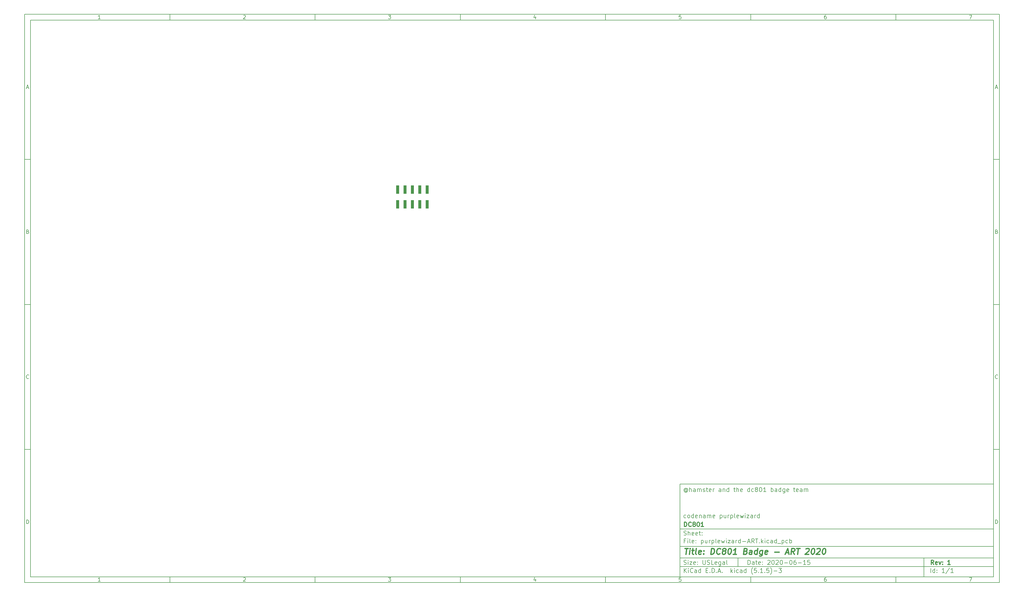
<source format=gbp>
G04 #@! TF.GenerationSoftware,KiCad,Pcbnew,(5.1.5)-3*
G04 #@! TF.CreationDate,2020-08-14T21:58:09-06:00*
G04 #@! TF.ProjectId,purplewizard-ART,70757270-6c65-4776-997a-6172642d4152,1*
G04 #@! TF.SameCoordinates,Original*
G04 #@! TF.FileFunction,Paste,Bot*
G04 #@! TF.FilePolarity,Positive*
%FSLAX46Y46*%
G04 Gerber Fmt 4.6, Leading zero omitted, Abs format (unit mm)*
G04 Created by KiCad (PCBNEW (5.1.5)-3) date 2020-08-14 21:58:09*
%MOMM*%
%LPD*%
G04 APERTURE LIST*
%ADD10C,0.100000*%
%ADD11C,0.150000*%
%ADD12C,0.300000*%
%ADD13C,0.400000*%
%ADD14R,1.000000X3.000000*%
G04 APERTURE END LIST*
D10*
D11*
X235600000Y-171900000D02*
X235600000Y-203900000D01*
X343600000Y-203900000D01*
X343600000Y-171900000D01*
X235600000Y-171900000D01*
D10*
D11*
X10000000Y-10000000D02*
X10000000Y-205900000D01*
X345600000Y-205900000D01*
X345600000Y-10000000D01*
X10000000Y-10000000D01*
D10*
D11*
X12000000Y-12000000D02*
X12000000Y-203900000D01*
X343600000Y-203900000D01*
X343600000Y-12000000D01*
X12000000Y-12000000D01*
D10*
D11*
X60000000Y-12000000D02*
X60000000Y-10000000D01*
D10*
D11*
X110000000Y-12000000D02*
X110000000Y-10000000D01*
D10*
D11*
X160000000Y-12000000D02*
X160000000Y-10000000D01*
D10*
D11*
X210000000Y-12000000D02*
X210000000Y-10000000D01*
D10*
D11*
X260000000Y-12000000D02*
X260000000Y-10000000D01*
D10*
D11*
X310000000Y-12000000D02*
X310000000Y-10000000D01*
D10*
D11*
X36065476Y-11588095D02*
X35322619Y-11588095D01*
X35694047Y-11588095D02*
X35694047Y-10288095D01*
X35570238Y-10473809D01*
X35446428Y-10597619D01*
X35322619Y-10659523D01*
D10*
D11*
X85322619Y-10411904D02*
X85384523Y-10350000D01*
X85508333Y-10288095D01*
X85817857Y-10288095D01*
X85941666Y-10350000D01*
X86003571Y-10411904D01*
X86065476Y-10535714D01*
X86065476Y-10659523D01*
X86003571Y-10845238D01*
X85260714Y-11588095D01*
X86065476Y-11588095D01*
D10*
D11*
X135260714Y-10288095D02*
X136065476Y-10288095D01*
X135632142Y-10783333D01*
X135817857Y-10783333D01*
X135941666Y-10845238D01*
X136003571Y-10907142D01*
X136065476Y-11030952D01*
X136065476Y-11340476D01*
X136003571Y-11464285D01*
X135941666Y-11526190D01*
X135817857Y-11588095D01*
X135446428Y-11588095D01*
X135322619Y-11526190D01*
X135260714Y-11464285D01*
D10*
D11*
X185941666Y-10721428D02*
X185941666Y-11588095D01*
X185632142Y-10226190D02*
X185322619Y-11154761D01*
X186127380Y-11154761D01*
D10*
D11*
X236003571Y-10288095D02*
X235384523Y-10288095D01*
X235322619Y-10907142D01*
X235384523Y-10845238D01*
X235508333Y-10783333D01*
X235817857Y-10783333D01*
X235941666Y-10845238D01*
X236003571Y-10907142D01*
X236065476Y-11030952D01*
X236065476Y-11340476D01*
X236003571Y-11464285D01*
X235941666Y-11526190D01*
X235817857Y-11588095D01*
X235508333Y-11588095D01*
X235384523Y-11526190D01*
X235322619Y-11464285D01*
D10*
D11*
X285941666Y-10288095D02*
X285694047Y-10288095D01*
X285570238Y-10350000D01*
X285508333Y-10411904D01*
X285384523Y-10597619D01*
X285322619Y-10845238D01*
X285322619Y-11340476D01*
X285384523Y-11464285D01*
X285446428Y-11526190D01*
X285570238Y-11588095D01*
X285817857Y-11588095D01*
X285941666Y-11526190D01*
X286003571Y-11464285D01*
X286065476Y-11340476D01*
X286065476Y-11030952D01*
X286003571Y-10907142D01*
X285941666Y-10845238D01*
X285817857Y-10783333D01*
X285570238Y-10783333D01*
X285446428Y-10845238D01*
X285384523Y-10907142D01*
X285322619Y-11030952D01*
D10*
D11*
X335260714Y-10288095D02*
X336127380Y-10288095D01*
X335570238Y-11588095D01*
D10*
D11*
X60000000Y-203900000D02*
X60000000Y-205900000D01*
D10*
D11*
X110000000Y-203900000D02*
X110000000Y-205900000D01*
D10*
D11*
X160000000Y-203900000D02*
X160000000Y-205900000D01*
D10*
D11*
X210000000Y-203900000D02*
X210000000Y-205900000D01*
D10*
D11*
X260000000Y-203900000D02*
X260000000Y-205900000D01*
D10*
D11*
X310000000Y-203900000D02*
X310000000Y-205900000D01*
D10*
D11*
X36065476Y-205488095D02*
X35322619Y-205488095D01*
X35694047Y-205488095D02*
X35694047Y-204188095D01*
X35570238Y-204373809D01*
X35446428Y-204497619D01*
X35322619Y-204559523D01*
D10*
D11*
X85322619Y-204311904D02*
X85384523Y-204250000D01*
X85508333Y-204188095D01*
X85817857Y-204188095D01*
X85941666Y-204250000D01*
X86003571Y-204311904D01*
X86065476Y-204435714D01*
X86065476Y-204559523D01*
X86003571Y-204745238D01*
X85260714Y-205488095D01*
X86065476Y-205488095D01*
D10*
D11*
X135260714Y-204188095D02*
X136065476Y-204188095D01*
X135632142Y-204683333D01*
X135817857Y-204683333D01*
X135941666Y-204745238D01*
X136003571Y-204807142D01*
X136065476Y-204930952D01*
X136065476Y-205240476D01*
X136003571Y-205364285D01*
X135941666Y-205426190D01*
X135817857Y-205488095D01*
X135446428Y-205488095D01*
X135322619Y-205426190D01*
X135260714Y-205364285D01*
D10*
D11*
X185941666Y-204621428D02*
X185941666Y-205488095D01*
X185632142Y-204126190D02*
X185322619Y-205054761D01*
X186127380Y-205054761D01*
D10*
D11*
X236003571Y-204188095D02*
X235384523Y-204188095D01*
X235322619Y-204807142D01*
X235384523Y-204745238D01*
X235508333Y-204683333D01*
X235817857Y-204683333D01*
X235941666Y-204745238D01*
X236003571Y-204807142D01*
X236065476Y-204930952D01*
X236065476Y-205240476D01*
X236003571Y-205364285D01*
X235941666Y-205426190D01*
X235817857Y-205488095D01*
X235508333Y-205488095D01*
X235384523Y-205426190D01*
X235322619Y-205364285D01*
D10*
D11*
X285941666Y-204188095D02*
X285694047Y-204188095D01*
X285570238Y-204250000D01*
X285508333Y-204311904D01*
X285384523Y-204497619D01*
X285322619Y-204745238D01*
X285322619Y-205240476D01*
X285384523Y-205364285D01*
X285446428Y-205426190D01*
X285570238Y-205488095D01*
X285817857Y-205488095D01*
X285941666Y-205426190D01*
X286003571Y-205364285D01*
X286065476Y-205240476D01*
X286065476Y-204930952D01*
X286003571Y-204807142D01*
X285941666Y-204745238D01*
X285817857Y-204683333D01*
X285570238Y-204683333D01*
X285446428Y-204745238D01*
X285384523Y-204807142D01*
X285322619Y-204930952D01*
D10*
D11*
X335260714Y-204188095D02*
X336127380Y-204188095D01*
X335570238Y-205488095D01*
D10*
D11*
X10000000Y-60000000D02*
X12000000Y-60000000D01*
D10*
D11*
X10000000Y-110000000D02*
X12000000Y-110000000D01*
D10*
D11*
X10000000Y-160000000D02*
X12000000Y-160000000D01*
D10*
D11*
X10690476Y-35216666D02*
X11309523Y-35216666D01*
X10566666Y-35588095D02*
X11000000Y-34288095D01*
X11433333Y-35588095D01*
D10*
D11*
X11092857Y-84907142D02*
X11278571Y-84969047D01*
X11340476Y-85030952D01*
X11402380Y-85154761D01*
X11402380Y-85340476D01*
X11340476Y-85464285D01*
X11278571Y-85526190D01*
X11154761Y-85588095D01*
X10659523Y-85588095D01*
X10659523Y-84288095D01*
X11092857Y-84288095D01*
X11216666Y-84350000D01*
X11278571Y-84411904D01*
X11340476Y-84535714D01*
X11340476Y-84659523D01*
X11278571Y-84783333D01*
X11216666Y-84845238D01*
X11092857Y-84907142D01*
X10659523Y-84907142D01*
D10*
D11*
X11402380Y-135464285D02*
X11340476Y-135526190D01*
X11154761Y-135588095D01*
X11030952Y-135588095D01*
X10845238Y-135526190D01*
X10721428Y-135402380D01*
X10659523Y-135278571D01*
X10597619Y-135030952D01*
X10597619Y-134845238D01*
X10659523Y-134597619D01*
X10721428Y-134473809D01*
X10845238Y-134350000D01*
X11030952Y-134288095D01*
X11154761Y-134288095D01*
X11340476Y-134350000D01*
X11402380Y-134411904D01*
D10*
D11*
X10659523Y-185588095D02*
X10659523Y-184288095D01*
X10969047Y-184288095D01*
X11154761Y-184350000D01*
X11278571Y-184473809D01*
X11340476Y-184597619D01*
X11402380Y-184845238D01*
X11402380Y-185030952D01*
X11340476Y-185278571D01*
X11278571Y-185402380D01*
X11154761Y-185526190D01*
X10969047Y-185588095D01*
X10659523Y-185588095D01*
D10*
D11*
X345600000Y-60000000D02*
X343600000Y-60000000D01*
D10*
D11*
X345600000Y-110000000D02*
X343600000Y-110000000D01*
D10*
D11*
X345600000Y-160000000D02*
X343600000Y-160000000D01*
D10*
D11*
X344290476Y-35216666D02*
X344909523Y-35216666D01*
X344166666Y-35588095D02*
X344600000Y-34288095D01*
X345033333Y-35588095D01*
D10*
D11*
X344692857Y-84907142D02*
X344878571Y-84969047D01*
X344940476Y-85030952D01*
X345002380Y-85154761D01*
X345002380Y-85340476D01*
X344940476Y-85464285D01*
X344878571Y-85526190D01*
X344754761Y-85588095D01*
X344259523Y-85588095D01*
X344259523Y-84288095D01*
X344692857Y-84288095D01*
X344816666Y-84350000D01*
X344878571Y-84411904D01*
X344940476Y-84535714D01*
X344940476Y-84659523D01*
X344878571Y-84783333D01*
X344816666Y-84845238D01*
X344692857Y-84907142D01*
X344259523Y-84907142D01*
D10*
D11*
X345002380Y-135464285D02*
X344940476Y-135526190D01*
X344754761Y-135588095D01*
X344630952Y-135588095D01*
X344445238Y-135526190D01*
X344321428Y-135402380D01*
X344259523Y-135278571D01*
X344197619Y-135030952D01*
X344197619Y-134845238D01*
X344259523Y-134597619D01*
X344321428Y-134473809D01*
X344445238Y-134350000D01*
X344630952Y-134288095D01*
X344754761Y-134288095D01*
X344940476Y-134350000D01*
X345002380Y-134411904D01*
D10*
D11*
X344259523Y-185588095D02*
X344259523Y-184288095D01*
X344569047Y-184288095D01*
X344754761Y-184350000D01*
X344878571Y-184473809D01*
X344940476Y-184597619D01*
X345002380Y-184845238D01*
X345002380Y-185030952D01*
X344940476Y-185278571D01*
X344878571Y-185402380D01*
X344754761Y-185526190D01*
X344569047Y-185588095D01*
X344259523Y-185588095D01*
D10*
D11*
X259032142Y-199678571D02*
X259032142Y-198178571D01*
X259389285Y-198178571D01*
X259603571Y-198250000D01*
X259746428Y-198392857D01*
X259817857Y-198535714D01*
X259889285Y-198821428D01*
X259889285Y-199035714D01*
X259817857Y-199321428D01*
X259746428Y-199464285D01*
X259603571Y-199607142D01*
X259389285Y-199678571D01*
X259032142Y-199678571D01*
X261175000Y-199678571D02*
X261175000Y-198892857D01*
X261103571Y-198750000D01*
X260960714Y-198678571D01*
X260675000Y-198678571D01*
X260532142Y-198750000D01*
X261175000Y-199607142D02*
X261032142Y-199678571D01*
X260675000Y-199678571D01*
X260532142Y-199607142D01*
X260460714Y-199464285D01*
X260460714Y-199321428D01*
X260532142Y-199178571D01*
X260675000Y-199107142D01*
X261032142Y-199107142D01*
X261175000Y-199035714D01*
X261675000Y-198678571D02*
X262246428Y-198678571D01*
X261889285Y-198178571D02*
X261889285Y-199464285D01*
X261960714Y-199607142D01*
X262103571Y-199678571D01*
X262246428Y-199678571D01*
X263317857Y-199607142D02*
X263175000Y-199678571D01*
X262889285Y-199678571D01*
X262746428Y-199607142D01*
X262675000Y-199464285D01*
X262675000Y-198892857D01*
X262746428Y-198750000D01*
X262889285Y-198678571D01*
X263175000Y-198678571D01*
X263317857Y-198750000D01*
X263389285Y-198892857D01*
X263389285Y-199035714D01*
X262675000Y-199178571D01*
X264032142Y-199535714D02*
X264103571Y-199607142D01*
X264032142Y-199678571D01*
X263960714Y-199607142D01*
X264032142Y-199535714D01*
X264032142Y-199678571D01*
X264032142Y-198750000D02*
X264103571Y-198821428D01*
X264032142Y-198892857D01*
X263960714Y-198821428D01*
X264032142Y-198750000D01*
X264032142Y-198892857D01*
X265817857Y-198321428D02*
X265889285Y-198250000D01*
X266032142Y-198178571D01*
X266389285Y-198178571D01*
X266532142Y-198250000D01*
X266603571Y-198321428D01*
X266675000Y-198464285D01*
X266675000Y-198607142D01*
X266603571Y-198821428D01*
X265746428Y-199678571D01*
X266675000Y-199678571D01*
X267603571Y-198178571D02*
X267746428Y-198178571D01*
X267889285Y-198250000D01*
X267960714Y-198321428D01*
X268032142Y-198464285D01*
X268103571Y-198750000D01*
X268103571Y-199107142D01*
X268032142Y-199392857D01*
X267960714Y-199535714D01*
X267889285Y-199607142D01*
X267746428Y-199678571D01*
X267603571Y-199678571D01*
X267460714Y-199607142D01*
X267389285Y-199535714D01*
X267317857Y-199392857D01*
X267246428Y-199107142D01*
X267246428Y-198750000D01*
X267317857Y-198464285D01*
X267389285Y-198321428D01*
X267460714Y-198250000D01*
X267603571Y-198178571D01*
X268675000Y-198321428D02*
X268746428Y-198250000D01*
X268889285Y-198178571D01*
X269246428Y-198178571D01*
X269389285Y-198250000D01*
X269460714Y-198321428D01*
X269532142Y-198464285D01*
X269532142Y-198607142D01*
X269460714Y-198821428D01*
X268603571Y-199678571D01*
X269532142Y-199678571D01*
X270460714Y-198178571D02*
X270603571Y-198178571D01*
X270746428Y-198250000D01*
X270817857Y-198321428D01*
X270889285Y-198464285D01*
X270960714Y-198750000D01*
X270960714Y-199107142D01*
X270889285Y-199392857D01*
X270817857Y-199535714D01*
X270746428Y-199607142D01*
X270603571Y-199678571D01*
X270460714Y-199678571D01*
X270317857Y-199607142D01*
X270246428Y-199535714D01*
X270175000Y-199392857D01*
X270103571Y-199107142D01*
X270103571Y-198750000D01*
X270175000Y-198464285D01*
X270246428Y-198321428D01*
X270317857Y-198250000D01*
X270460714Y-198178571D01*
X271603571Y-199107142D02*
X272746428Y-199107142D01*
X273746428Y-198178571D02*
X273889285Y-198178571D01*
X274032142Y-198250000D01*
X274103571Y-198321428D01*
X274175000Y-198464285D01*
X274246428Y-198750000D01*
X274246428Y-199107142D01*
X274175000Y-199392857D01*
X274103571Y-199535714D01*
X274032142Y-199607142D01*
X273889285Y-199678571D01*
X273746428Y-199678571D01*
X273603571Y-199607142D01*
X273532142Y-199535714D01*
X273460714Y-199392857D01*
X273389285Y-199107142D01*
X273389285Y-198750000D01*
X273460714Y-198464285D01*
X273532142Y-198321428D01*
X273603571Y-198250000D01*
X273746428Y-198178571D01*
X275532142Y-198178571D02*
X275246428Y-198178571D01*
X275103571Y-198250000D01*
X275032142Y-198321428D01*
X274889285Y-198535714D01*
X274817857Y-198821428D01*
X274817857Y-199392857D01*
X274889285Y-199535714D01*
X274960714Y-199607142D01*
X275103571Y-199678571D01*
X275389285Y-199678571D01*
X275532142Y-199607142D01*
X275603571Y-199535714D01*
X275675000Y-199392857D01*
X275675000Y-199035714D01*
X275603571Y-198892857D01*
X275532142Y-198821428D01*
X275389285Y-198750000D01*
X275103571Y-198750000D01*
X274960714Y-198821428D01*
X274889285Y-198892857D01*
X274817857Y-199035714D01*
X276317857Y-199107142D02*
X277460714Y-199107142D01*
X278960714Y-199678571D02*
X278103571Y-199678571D01*
X278532142Y-199678571D02*
X278532142Y-198178571D01*
X278389285Y-198392857D01*
X278246428Y-198535714D01*
X278103571Y-198607142D01*
X280317857Y-198178571D02*
X279603571Y-198178571D01*
X279532142Y-198892857D01*
X279603571Y-198821428D01*
X279746428Y-198750000D01*
X280103571Y-198750000D01*
X280246428Y-198821428D01*
X280317857Y-198892857D01*
X280389285Y-199035714D01*
X280389285Y-199392857D01*
X280317857Y-199535714D01*
X280246428Y-199607142D01*
X280103571Y-199678571D01*
X279746428Y-199678571D01*
X279603571Y-199607142D01*
X279532142Y-199535714D01*
D10*
D11*
X235600000Y-200400000D02*
X343600000Y-200400000D01*
D10*
D11*
X237032142Y-202478571D02*
X237032142Y-200978571D01*
X237889285Y-202478571D02*
X237246428Y-201621428D01*
X237889285Y-200978571D02*
X237032142Y-201835714D01*
X238532142Y-202478571D02*
X238532142Y-201478571D01*
X238532142Y-200978571D02*
X238460714Y-201050000D01*
X238532142Y-201121428D01*
X238603571Y-201050000D01*
X238532142Y-200978571D01*
X238532142Y-201121428D01*
X240103571Y-202335714D02*
X240032142Y-202407142D01*
X239817857Y-202478571D01*
X239675000Y-202478571D01*
X239460714Y-202407142D01*
X239317857Y-202264285D01*
X239246428Y-202121428D01*
X239175000Y-201835714D01*
X239175000Y-201621428D01*
X239246428Y-201335714D01*
X239317857Y-201192857D01*
X239460714Y-201050000D01*
X239675000Y-200978571D01*
X239817857Y-200978571D01*
X240032142Y-201050000D01*
X240103571Y-201121428D01*
X241389285Y-202478571D02*
X241389285Y-201692857D01*
X241317857Y-201550000D01*
X241175000Y-201478571D01*
X240889285Y-201478571D01*
X240746428Y-201550000D01*
X241389285Y-202407142D02*
X241246428Y-202478571D01*
X240889285Y-202478571D01*
X240746428Y-202407142D01*
X240675000Y-202264285D01*
X240675000Y-202121428D01*
X240746428Y-201978571D01*
X240889285Y-201907142D01*
X241246428Y-201907142D01*
X241389285Y-201835714D01*
X242746428Y-202478571D02*
X242746428Y-200978571D01*
X242746428Y-202407142D02*
X242603571Y-202478571D01*
X242317857Y-202478571D01*
X242175000Y-202407142D01*
X242103571Y-202335714D01*
X242032142Y-202192857D01*
X242032142Y-201764285D01*
X242103571Y-201621428D01*
X242175000Y-201550000D01*
X242317857Y-201478571D01*
X242603571Y-201478571D01*
X242746428Y-201550000D01*
X244603571Y-201692857D02*
X245103571Y-201692857D01*
X245317857Y-202478571D02*
X244603571Y-202478571D01*
X244603571Y-200978571D01*
X245317857Y-200978571D01*
X245960714Y-202335714D02*
X246032142Y-202407142D01*
X245960714Y-202478571D01*
X245889285Y-202407142D01*
X245960714Y-202335714D01*
X245960714Y-202478571D01*
X246675000Y-202478571D02*
X246675000Y-200978571D01*
X247032142Y-200978571D01*
X247246428Y-201050000D01*
X247389285Y-201192857D01*
X247460714Y-201335714D01*
X247532142Y-201621428D01*
X247532142Y-201835714D01*
X247460714Y-202121428D01*
X247389285Y-202264285D01*
X247246428Y-202407142D01*
X247032142Y-202478571D01*
X246675000Y-202478571D01*
X248175000Y-202335714D02*
X248246428Y-202407142D01*
X248175000Y-202478571D01*
X248103571Y-202407142D01*
X248175000Y-202335714D01*
X248175000Y-202478571D01*
X248817857Y-202050000D02*
X249532142Y-202050000D01*
X248675000Y-202478571D02*
X249175000Y-200978571D01*
X249675000Y-202478571D01*
X250175000Y-202335714D02*
X250246428Y-202407142D01*
X250175000Y-202478571D01*
X250103571Y-202407142D01*
X250175000Y-202335714D01*
X250175000Y-202478571D01*
X253175000Y-202478571D02*
X253175000Y-200978571D01*
X253317857Y-201907142D02*
X253746428Y-202478571D01*
X253746428Y-201478571D02*
X253175000Y-202050000D01*
X254389285Y-202478571D02*
X254389285Y-201478571D01*
X254389285Y-200978571D02*
X254317857Y-201050000D01*
X254389285Y-201121428D01*
X254460714Y-201050000D01*
X254389285Y-200978571D01*
X254389285Y-201121428D01*
X255746428Y-202407142D02*
X255603571Y-202478571D01*
X255317857Y-202478571D01*
X255175000Y-202407142D01*
X255103571Y-202335714D01*
X255032142Y-202192857D01*
X255032142Y-201764285D01*
X255103571Y-201621428D01*
X255175000Y-201550000D01*
X255317857Y-201478571D01*
X255603571Y-201478571D01*
X255746428Y-201550000D01*
X257032142Y-202478571D02*
X257032142Y-201692857D01*
X256960714Y-201550000D01*
X256817857Y-201478571D01*
X256532142Y-201478571D01*
X256389285Y-201550000D01*
X257032142Y-202407142D02*
X256889285Y-202478571D01*
X256532142Y-202478571D01*
X256389285Y-202407142D01*
X256317857Y-202264285D01*
X256317857Y-202121428D01*
X256389285Y-201978571D01*
X256532142Y-201907142D01*
X256889285Y-201907142D01*
X257032142Y-201835714D01*
X258389285Y-202478571D02*
X258389285Y-200978571D01*
X258389285Y-202407142D02*
X258246428Y-202478571D01*
X257960714Y-202478571D01*
X257817857Y-202407142D01*
X257746428Y-202335714D01*
X257675000Y-202192857D01*
X257675000Y-201764285D01*
X257746428Y-201621428D01*
X257817857Y-201550000D01*
X257960714Y-201478571D01*
X258246428Y-201478571D01*
X258389285Y-201550000D01*
X260675000Y-203050000D02*
X260603571Y-202978571D01*
X260460714Y-202764285D01*
X260389285Y-202621428D01*
X260317857Y-202407142D01*
X260246428Y-202050000D01*
X260246428Y-201764285D01*
X260317857Y-201407142D01*
X260389285Y-201192857D01*
X260460714Y-201050000D01*
X260603571Y-200835714D01*
X260675000Y-200764285D01*
X261960714Y-200978571D02*
X261246428Y-200978571D01*
X261175000Y-201692857D01*
X261246428Y-201621428D01*
X261389285Y-201550000D01*
X261746428Y-201550000D01*
X261889285Y-201621428D01*
X261960714Y-201692857D01*
X262032142Y-201835714D01*
X262032142Y-202192857D01*
X261960714Y-202335714D01*
X261889285Y-202407142D01*
X261746428Y-202478571D01*
X261389285Y-202478571D01*
X261246428Y-202407142D01*
X261175000Y-202335714D01*
X262675000Y-202335714D02*
X262746428Y-202407142D01*
X262675000Y-202478571D01*
X262603571Y-202407142D01*
X262675000Y-202335714D01*
X262675000Y-202478571D01*
X264175000Y-202478571D02*
X263317857Y-202478571D01*
X263746428Y-202478571D02*
X263746428Y-200978571D01*
X263603571Y-201192857D01*
X263460714Y-201335714D01*
X263317857Y-201407142D01*
X264817857Y-202335714D02*
X264889285Y-202407142D01*
X264817857Y-202478571D01*
X264746428Y-202407142D01*
X264817857Y-202335714D01*
X264817857Y-202478571D01*
X266246428Y-200978571D02*
X265532142Y-200978571D01*
X265460714Y-201692857D01*
X265532142Y-201621428D01*
X265675000Y-201550000D01*
X266032142Y-201550000D01*
X266175000Y-201621428D01*
X266246428Y-201692857D01*
X266317857Y-201835714D01*
X266317857Y-202192857D01*
X266246428Y-202335714D01*
X266175000Y-202407142D01*
X266032142Y-202478571D01*
X265675000Y-202478571D01*
X265532142Y-202407142D01*
X265460714Y-202335714D01*
X266817857Y-203050000D02*
X266889285Y-202978571D01*
X267032142Y-202764285D01*
X267103571Y-202621428D01*
X267175000Y-202407142D01*
X267246428Y-202050000D01*
X267246428Y-201764285D01*
X267175000Y-201407142D01*
X267103571Y-201192857D01*
X267032142Y-201050000D01*
X266889285Y-200835714D01*
X266817857Y-200764285D01*
X267960714Y-201907142D02*
X269103571Y-201907142D01*
X269675000Y-200978571D02*
X270603571Y-200978571D01*
X270103571Y-201550000D01*
X270317857Y-201550000D01*
X270460714Y-201621428D01*
X270532142Y-201692857D01*
X270603571Y-201835714D01*
X270603571Y-202192857D01*
X270532142Y-202335714D01*
X270460714Y-202407142D01*
X270317857Y-202478571D01*
X269889285Y-202478571D01*
X269746428Y-202407142D01*
X269675000Y-202335714D01*
D10*
D11*
X235600000Y-197400000D02*
X343600000Y-197400000D01*
D10*
D12*
X323009285Y-199678571D02*
X322509285Y-198964285D01*
X322152142Y-199678571D02*
X322152142Y-198178571D01*
X322723571Y-198178571D01*
X322866428Y-198250000D01*
X322937857Y-198321428D01*
X323009285Y-198464285D01*
X323009285Y-198678571D01*
X322937857Y-198821428D01*
X322866428Y-198892857D01*
X322723571Y-198964285D01*
X322152142Y-198964285D01*
X324223571Y-199607142D02*
X324080714Y-199678571D01*
X323795000Y-199678571D01*
X323652142Y-199607142D01*
X323580714Y-199464285D01*
X323580714Y-198892857D01*
X323652142Y-198750000D01*
X323795000Y-198678571D01*
X324080714Y-198678571D01*
X324223571Y-198750000D01*
X324295000Y-198892857D01*
X324295000Y-199035714D01*
X323580714Y-199178571D01*
X324795000Y-198678571D02*
X325152142Y-199678571D01*
X325509285Y-198678571D01*
X326080714Y-199535714D02*
X326152142Y-199607142D01*
X326080714Y-199678571D01*
X326009285Y-199607142D01*
X326080714Y-199535714D01*
X326080714Y-199678571D01*
X326080714Y-198750000D02*
X326152142Y-198821428D01*
X326080714Y-198892857D01*
X326009285Y-198821428D01*
X326080714Y-198750000D01*
X326080714Y-198892857D01*
X328723571Y-199678571D02*
X327866428Y-199678571D01*
X328295000Y-199678571D02*
X328295000Y-198178571D01*
X328152142Y-198392857D01*
X328009285Y-198535714D01*
X327866428Y-198607142D01*
D10*
D11*
X236960714Y-199607142D02*
X237175000Y-199678571D01*
X237532142Y-199678571D01*
X237675000Y-199607142D01*
X237746428Y-199535714D01*
X237817857Y-199392857D01*
X237817857Y-199250000D01*
X237746428Y-199107142D01*
X237675000Y-199035714D01*
X237532142Y-198964285D01*
X237246428Y-198892857D01*
X237103571Y-198821428D01*
X237032142Y-198750000D01*
X236960714Y-198607142D01*
X236960714Y-198464285D01*
X237032142Y-198321428D01*
X237103571Y-198250000D01*
X237246428Y-198178571D01*
X237603571Y-198178571D01*
X237817857Y-198250000D01*
X238460714Y-199678571D02*
X238460714Y-198678571D01*
X238460714Y-198178571D02*
X238389285Y-198250000D01*
X238460714Y-198321428D01*
X238532142Y-198250000D01*
X238460714Y-198178571D01*
X238460714Y-198321428D01*
X239032142Y-198678571D02*
X239817857Y-198678571D01*
X239032142Y-199678571D01*
X239817857Y-199678571D01*
X240960714Y-199607142D02*
X240817857Y-199678571D01*
X240532142Y-199678571D01*
X240389285Y-199607142D01*
X240317857Y-199464285D01*
X240317857Y-198892857D01*
X240389285Y-198750000D01*
X240532142Y-198678571D01*
X240817857Y-198678571D01*
X240960714Y-198750000D01*
X241032142Y-198892857D01*
X241032142Y-199035714D01*
X240317857Y-199178571D01*
X241675000Y-199535714D02*
X241746428Y-199607142D01*
X241675000Y-199678571D01*
X241603571Y-199607142D01*
X241675000Y-199535714D01*
X241675000Y-199678571D01*
X241675000Y-198750000D02*
X241746428Y-198821428D01*
X241675000Y-198892857D01*
X241603571Y-198821428D01*
X241675000Y-198750000D01*
X241675000Y-198892857D01*
X243532142Y-198178571D02*
X243532142Y-199392857D01*
X243603571Y-199535714D01*
X243675000Y-199607142D01*
X243817857Y-199678571D01*
X244103571Y-199678571D01*
X244246428Y-199607142D01*
X244317857Y-199535714D01*
X244389285Y-199392857D01*
X244389285Y-198178571D01*
X245032142Y-199607142D02*
X245246428Y-199678571D01*
X245603571Y-199678571D01*
X245746428Y-199607142D01*
X245817857Y-199535714D01*
X245889285Y-199392857D01*
X245889285Y-199250000D01*
X245817857Y-199107142D01*
X245746428Y-199035714D01*
X245603571Y-198964285D01*
X245317857Y-198892857D01*
X245175000Y-198821428D01*
X245103571Y-198750000D01*
X245032142Y-198607142D01*
X245032142Y-198464285D01*
X245103571Y-198321428D01*
X245175000Y-198250000D01*
X245317857Y-198178571D01*
X245675000Y-198178571D01*
X245889285Y-198250000D01*
X247246428Y-199678571D02*
X246532142Y-199678571D01*
X246532142Y-198178571D01*
X248317857Y-199607142D02*
X248175000Y-199678571D01*
X247889285Y-199678571D01*
X247746428Y-199607142D01*
X247675000Y-199464285D01*
X247675000Y-198892857D01*
X247746428Y-198750000D01*
X247889285Y-198678571D01*
X248175000Y-198678571D01*
X248317857Y-198750000D01*
X248389285Y-198892857D01*
X248389285Y-199035714D01*
X247675000Y-199178571D01*
X249675000Y-198678571D02*
X249675000Y-199892857D01*
X249603571Y-200035714D01*
X249532142Y-200107142D01*
X249389285Y-200178571D01*
X249175000Y-200178571D01*
X249032142Y-200107142D01*
X249675000Y-199607142D02*
X249532142Y-199678571D01*
X249246428Y-199678571D01*
X249103571Y-199607142D01*
X249032142Y-199535714D01*
X248960714Y-199392857D01*
X248960714Y-198964285D01*
X249032142Y-198821428D01*
X249103571Y-198750000D01*
X249246428Y-198678571D01*
X249532142Y-198678571D01*
X249675000Y-198750000D01*
X251032142Y-199678571D02*
X251032142Y-198892857D01*
X250960714Y-198750000D01*
X250817857Y-198678571D01*
X250532142Y-198678571D01*
X250389285Y-198750000D01*
X251032142Y-199607142D02*
X250889285Y-199678571D01*
X250532142Y-199678571D01*
X250389285Y-199607142D01*
X250317857Y-199464285D01*
X250317857Y-199321428D01*
X250389285Y-199178571D01*
X250532142Y-199107142D01*
X250889285Y-199107142D01*
X251032142Y-199035714D01*
X251960714Y-199678571D02*
X251817857Y-199607142D01*
X251746428Y-199464285D01*
X251746428Y-198178571D01*
D10*
D11*
X322032142Y-202478571D02*
X322032142Y-200978571D01*
X323389285Y-202478571D02*
X323389285Y-200978571D01*
X323389285Y-202407142D02*
X323246428Y-202478571D01*
X322960714Y-202478571D01*
X322817857Y-202407142D01*
X322746428Y-202335714D01*
X322675000Y-202192857D01*
X322675000Y-201764285D01*
X322746428Y-201621428D01*
X322817857Y-201550000D01*
X322960714Y-201478571D01*
X323246428Y-201478571D01*
X323389285Y-201550000D01*
X324103571Y-202335714D02*
X324175000Y-202407142D01*
X324103571Y-202478571D01*
X324032142Y-202407142D01*
X324103571Y-202335714D01*
X324103571Y-202478571D01*
X324103571Y-201550000D02*
X324175000Y-201621428D01*
X324103571Y-201692857D01*
X324032142Y-201621428D01*
X324103571Y-201550000D01*
X324103571Y-201692857D01*
X326746428Y-202478571D02*
X325889285Y-202478571D01*
X326317857Y-202478571D02*
X326317857Y-200978571D01*
X326175000Y-201192857D01*
X326032142Y-201335714D01*
X325889285Y-201407142D01*
X328460714Y-200907142D02*
X327175000Y-202835714D01*
X329746428Y-202478571D02*
X328889285Y-202478571D01*
X329317857Y-202478571D02*
X329317857Y-200978571D01*
X329175000Y-201192857D01*
X329032142Y-201335714D01*
X328889285Y-201407142D01*
D10*
D11*
X235600000Y-193400000D02*
X343600000Y-193400000D01*
D10*
D13*
X237312380Y-194104761D02*
X238455238Y-194104761D01*
X237633809Y-196104761D02*
X237883809Y-194104761D01*
X238871904Y-196104761D02*
X239038571Y-194771428D01*
X239121904Y-194104761D02*
X239014761Y-194200000D01*
X239098095Y-194295238D01*
X239205238Y-194200000D01*
X239121904Y-194104761D01*
X239098095Y-194295238D01*
X239705238Y-194771428D02*
X240467142Y-194771428D01*
X240074285Y-194104761D02*
X239860000Y-195819047D01*
X239931428Y-196009523D01*
X240110000Y-196104761D01*
X240300476Y-196104761D01*
X241252857Y-196104761D02*
X241074285Y-196009523D01*
X241002857Y-195819047D01*
X241217142Y-194104761D01*
X242788571Y-196009523D02*
X242586190Y-196104761D01*
X242205238Y-196104761D01*
X242026666Y-196009523D01*
X241955238Y-195819047D01*
X242050476Y-195057142D01*
X242169523Y-194866666D01*
X242371904Y-194771428D01*
X242752857Y-194771428D01*
X242931428Y-194866666D01*
X243002857Y-195057142D01*
X242979047Y-195247619D01*
X242002857Y-195438095D01*
X243752857Y-195914285D02*
X243836190Y-196009523D01*
X243729047Y-196104761D01*
X243645714Y-196009523D01*
X243752857Y-195914285D01*
X243729047Y-196104761D01*
X243883809Y-194866666D02*
X243967142Y-194961904D01*
X243860000Y-195057142D01*
X243776666Y-194961904D01*
X243883809Y-194866666D01*
X243860000Y-195057142D01*
X246205238Y-196104761D02*
X246455238Y-194104761D01*
X246931428Y-194104761D01*
X247205238Y-194200000D01*
X247371904Y-194390476D01*
X247443333Y-194580952D01*
X247490952Y-194961904D01*
X247455238Y-195247619D01*
X247312380Y-195628571D01*
X247193333Y-195819047D01*
X246979047Y-196009523D01*
X246681428Y-196104761D01*
X246205238Y-196104761D01*
X249371904Y-195914285D02*
X249264761Y-196009523D01*
X248967142Y-196104761D01*
X248776666Y-196104761D01*
X248502857Y-196009523D01*
X248336190Y-195819047D01*
X248264761Y-195628571D01*
X248217142Y-195247619D01*
X248252857Y-194961904D01*
X248395714Y-194580952D01*
X248514761Y-194390476D01*
X248729047Y-194200000D01*
X249026666Y-194104761D01*
X249217142Y-194104761D01*
X249490952Y-194200000D01*
X249574285Y-194295238D01*
X250633809Y-194961904D02*
X250455238Y-194866666D01*
X250371904Y-194771428D01*
X250300476Y-194580952D01*
X250312380Y-194485714D01*
X250431428Y-194295238D01*
X250538571Y-194200000D01*
X250740952Y-194104761D01*
X251121904Y-194104761D01*
X251300476Y-194200000D01*
X251383809Y-194295238D01*
X251455238Y-194485714D01*
X251443333Y-194580952D01*
X251324285Y-194771428D01*
X251217142Y-194866666D01*
X251014761Y-194961904D01*
X250633809Y-194961904D01*
X250431428Y-195057142D01*
X250324285Y-195152380D01*
X250205238Y-195342857D01*
X250157619Y-195723809D01*
X250229047Y-195914285D01*
X250312380Y-196009523D01*
X250490952Y-196104761D01*
X250871904Y-196104761D01*
X251074285Y-196009523D01*
X251181428Y-195914285D01*
X251300476Y-195723809D01*
X251348095Y-195342857D01*
X251276666Y-195152380D01*
X251193333Y-195057142D01*
X251014761Y-194961904D01*
X252740952Y-194104761D02*
X252931428Y-194104761D01*
X253110000Y-194200000D01*
X253193333Y-194295238D01*
X253264761Y-194485714D01*
X253312380Y-194866666D01*
X253252857Y-195342857D01*
X253110000Y-195723809D01*
X252990952Y-195914285D01*
X252883809Y-196009523D01*
X252681428Y-196104761D01*
X252490952Y-196104761D01*
X252312380Y-196009523D01*
X252229047Y-195914285D01*
X252157619Y-195723809D01*
X252110000Y-195342857D01*
X252169523Y-194866666D01*
X252312380Y-194485714D01*
X252431428Y-194295238D01*
X252538571Y-194200000D01*
X252740952Y-194104761D01*
X255062380Y-196104761D02*
X253919523Y-196104761D01*
X254490952Y-196104761D02*
X254740952Y-194104761D01*
X254514761Y-194390476D01*
X254300476Y-194580952D01*
X254098095Y-194676190D01*
X258240952Y-195057142D02*
X258514761Y-195152380D01*
X258598095Y-195247619D01*
X258669523Y-195438095D01*
X258633809Y-195723809D01*
X258514761Y-195914285D01*
X258407619Y-196009523D01*
X258205238Y-196104761D01*
X257443333Y-196104761D01*
X257693333Y-194104761D01*
X258360000Y-194104761D01*
X258538571Y-194200000D01*
X258621904Y-194295238D01*
X258693333Y-194485714D01*
X258669523Y-194676190D01*
X258550476Y-194866666D01*
X258443333Y-194961904D01*
X258240952Y-195057142D01*
X257574285Y-195057142D01*
X260300476Y-196104761D02*
X260431428Y-195057142D01*
X260360000Y-194866666D01*
X260181428Y-194771428D01*
X259800476Y-194771428D01*
X259598095Y-194866666D01*
X260312380Y-196009523D02*
X260110000Y-196104761D01*
X259633809Y-196104761D01*
X259455238Y-196009523D01*
X259383809Y-195819047D01*
X259407619Y-195628571D01*
X259526666Y-195438095D01*
X259729047Y-195342857D01*
X260205238Y-195342857D01*
X260407619Y-195247619D01*
X262110000Y-196104761D02*
X262360000Y-194104761D01*
X262121904Y-196009523D02*
X261919523Y-196104761D01*
X261538571Y-196104761D01*
X261360000Y-196009523D01*
X261276666Y-195914285D01*
X261205238Y-195723809D01*
X261276666Y-195152380D01*
X261395714Y-194961904D01*
X261502857Y-194866666D01*
X261705238Y-194771428D01*
X262086190Y-194771428D01*
X262264761Y-194866666D01*
X264086190Y-194771428D02*
X263883809Y-196390476D01*
X263764761Y-196580952D01*
X263657619Y-196676190D01*
X263455238Y-196771428D01*
X263169523Y-196771428D01*
X262990952Y-196676190D01*
X263931428Y-196009523D02*
X263729047Y-196104761D01*
X263348095Y-196104761D01*
X263169523Y-196009523D01*
X263086190Y-195914285D01*
X263014761Y-195723809D01*
X263086190Y-195152380D01*
X263205238Y-194961904D01*
X263312380Y-194866666D01*
X263514761Y-194771428D01*
X263895714Y-194771428D01*
X264074285Y-194866666D01*
X265645714Y-196009523D02*
X265443333Y-196104761D01*
X265062380Y-196104761D01*
X264883809Y-196009523D01*
X264812380Y-195819047D01*
X264907619Y-195057142D01*
X265026666Y-194866666D01*
X265229047Y-194771428D01*
X265610000Y-194771428D01*
X265788571Y-194866666D01*
X265860000Y-195057142D01*
X265836190Y-195247619D01*
X264860000Y-195438095D01*
X268205238Y-195342857D02*
X269729047Y-195342857D01*
X272086190Y-195533333D02*
X273038571Y-195533333D01*
X271824285Y-196104761D02*
X272740952Y-194104761D01*
X273157619Y-196104761D01*
X274967142Y-196104761D02*
X274419523Y-195152380D01*
X273824285Y-196104761D02*
X274074285Y-194104761D01*
X274836190Y-194104761D01*
X275014761Y-194200000D01*
X275098095Y-194295238D01*
X275169523Y-194485714D01*
X275133809Y-194771428D01*
X275014761Y-194961904D01*
X274907619Y-195057142D01*
X274705238Y-195152380D01*
X273943333Y-195152380D01*
X275788571Y-194104761D02*
X276931428Y-194104761D01*
X276110000Y-196104761D02*
X276360000Y-194104761D01*
X279002857Y-194295238D02*
X279110000Y-194200000D01*
X279312380Y-194104761D01*
X279788571Y-194104761D01*
X279967142Y-194200000D01*
X280050476Y-194295238D01*
X280121904Y-194485714D01*
X280098095Y-194676190D01*
X279967142Y-194961904D01*
X278681428Y-196104761D01*
X279919523Y-196104761D01*
X281407619Y-194104761D02*
X281598095Y-194104761D01*
X281776666Y-194200000D01*
X281860000Y-194295238D01*
X281931428Y-194485714D01*
X281979047Y-194866666D01*
X281919523Y-195342857D01*
X281776666Y-195723809D01*
X281657619Y-195914285D01*
X281550476Y-196009523D01*
X281348095Y-196104761D01*
X281157619Y-196104761D01*
X280979047Y-196009523D01*
X280895714Y-195914285D01*
X280824285Y-195723809D01*
X280776666Y-195342857D01*
X280836190Y-194866666D01*
X280979047Y-194485714D01*
X281098095Y-194295238D01*
X281205238Y-194200000D01*
X281407619Y-194104761D01*
X282812380Y-194295238D02*
X282919523Y-194200000D01*
X283121904Y-194104761D01*
X283598095Y-194104761D01*
X283776666Y-194200000D01*
X283860000Y-194295238D01*
X283931428Y-194485714D01*
X283907619Y-194676190D01*
X283776666Y-194961904D01*
X282490952Y-196104761D01*
X283729047Y-196104761D01*
X285217142Y-194104761D02*
X285407619Y-194104761D01*
X285586190Y-194200000D01*
X285669523Y-194295238D01*
X285740952Y-194485714D01*
X285788571Y-194866666D01*
X285729047Y-195342857D01*
X285586190Y-195723809D01*
X285467142Y-195914285D01*
X285360000Y-196009523D01*
X285157619Y-196104761D01*
X284967142Y-196104761D01*
X284788571Y-196009523D01*
X284705238Y-195914285D01*
X284633809Y-195723809D01*
X284586190Y-195342857D01*
X284645714Y-194866666D01*
X284788571Y-194485714D01*
X284907619Y-194295238D01*
X285014761Y-194200000D01*
X285217142Y-194104761D01*
D10*
D11*
X237532142Y-191492857D02*
X237032142Y-191492857D01*
X237032142Y-192278571D02*
X237032142Y-190778571D01*
X237746428Y-190778571D01*
X238317857Y-192278571D02*
X238317857Y-191278571D01*
X238317857Y-190778571D02*
X238246428Y-190850000D01*
X238317857Y-190921428D01*
X238389285Y-190850000D01*
X238317857Y-190778571D01*
X238317857Y-190921428D01*
X239246428Y-192278571D02*
X239103571Y-192207142D01*
X239032142Y-192064285D01*
X239032142Y-190778571D01*
X240389285Y-192207142D02*
X240246428Y-192278571D01*
X239960714Y-192278571D01*
X239817857Y-192207142D01*
X239746428Y-192064285D01*
X239746428Y-191492857D01*
X239817857Y-191350000D01*
X239960714Y-191278571D01*
X240246428Y-191278571D01*
X240389285Y-191350000D01*
X240460714Y-191492857D01*
X240460714Y-191635714D01*
X239746428Y-191778571D01*
X241103571Y-192135714D02*
X241175000Y-192207142D01*
X241103571Y-192278571D01*
X241032142Y-192207142D01*
X241103571Y-192135714D01*
X241103571Y-192278571D01*
X241103571Y-191350000D02*
X241175000Y-191421428D01*
X241103571Y-191492857D01*
X241032142Y-191421428D01*
X241103571Y-191350000D01*
X241103571Y-191492857D01*
X242960714Y-191278571D02*
X242960714Y-192778571D01*
X242960714Y-191350000D02*
X243103571Y-191278571D01*
X243389285Y-191278571D01*
X243532142Y-191350000D01*
X243603571Y-191421428D01*
X243675000Y-191564285D01*
X243675000Y-191992857D01*
X243603571Y-192135714D01*
X243532142Y-192207142D01*
X243389285Y-192278571D01*
X243103571Y-192278571D01*
X242960714Y-192207142D01*
X244960714Y-191278571D02*
X244960714Y-192278571D01*
X244317857Y-191278571D02*
X244317857Y-192064285D01*
X244389285Y-192207142D01*
X244532142Y-192278571D01*
X244746428Y-192278571D01*
X244889285Y-192207142D01*
X244960714Y-192135714D01*
X245675000Y-192278571D02*
X245675000Y-191278571D01*
X245675000Y-191564285D02*
X245746428Y-191421428D01*
X245817857Y-191350000D01*
X245960714Y-191278571D01*
X246103571Y-191278571D01*
X246603571Y-191278571D02*
X246603571Y-192778571D01*
X246603571Y-191350000D02*
X246746428Y-191278571D01*
X247032142Y-191278571D01*
X247175000Y-191350000D01*
X247246428Y-191421428D01*
X247317857Y-191564285D01*
X247317857Y-191992857D01*
X247246428Y-192135714D01*
X247175000Y-192207142D01*
X247032142Y-192278571D01*
X246746428Y-192278571D01*
X246603571Y-192207142D01*
X248175000Y-192278571D02*
X248032142Y-192207142D01*
X247960714Y-192064285D01*
X247960714Y-190778571D01*
X249317857Y-192207142D02*
X249175000Y-192278571D01*
X248889285Y-192278571D01*
X248746428Y-192207142D01*
X248675000Y-192064285D01*
X248675000Y-191492857D01*
X248746428Y-191350000D01*
X248889285Y-191278571D01*
X249175000Y-191278571D01*
X249317857Y-191350000D01*
X249389285Y-191492857D01*
X249389285Y-191635714D01*
X248675000Y-191778571D01*
X249889285Y-191278571D02*
X250175000Y-192278571D01*
X250460714Y-191564285D01*
X250746428Y-192278571D01*
X251032142Y-191278571D01*
X251603571Y-192278571D02*
X251603571Y-191278571D01*
X251603571Y-190778571D02*
X251532142Y-190850000D01*
X251603571Y-190921428D01*
X251675000Y-190850000D01*
X251603571Y-190778571D01*
X251603571Y-190921428D01*
X252175000Y-191278571D02*
X252960714Y-191278571D01*
X252175000Y-192278571D01*
X252960714Y-192278571D01*
X254175000Y-192278571D02*
X254175000Y-191492857D01*
X254103571Y-191350000D01*
X253960714Y-191278571D01*
X253675000Y-191278571D01*
X253532142Y-191350000D01*
X254175000Y-192207142D02*
X254032142Y-192278571D01*
X253675000Y-192278571D01*
X253532142Y-192207142D01*
X253460714Y-192064285D01*
X253460714Y-191921428D01*
X253532142Y-191778571D01*
X253675000Y-191707142D01*
X254032142Y-191707142D01*
X254175000Y-191635714D01*
X254889285Y-192278571D02*
X254889285Y-191278571D01*
X254889285Y-191564285D02*
X254960714Y-191421428D01*
X255032142Y-191350000D01*
X255175000Y-191278571D01*
X255317857Y-191278571D01*
X256460714Y-192278571D02*
X256460714Y-190778571D01*
X256460714Y-192207142D02*
X256317857Y-192278571D01*
X256032142Y-192278571D01*
X255889285Y-192207142D01*
X255817857Y-192135714D01*
X255746428Y-191992857D01*
X255746428Y-191564285D01*
X255817857Y-191421428D01*
X255889285Y-191350000D01*
X256032142Y-191278571D01*
X256317857Y-191278571D01*
X256460714Y-191350000D01*
X257175000Y-191707142D02*
X258317857Y-191707142D01*
X258960714Y-191850000D02*
X259675000Y-191850000D01*
X258817857Y-192278571D02*
X259317857Y-190778571D01*
X259817857Y-192278571D01*
X261175000Y-192278571D02*
X260675000Y-191564285D01*
X260317857Y-192278571D02*
X260317857Y-190778571D01*
X260889285Y-190778571D01*
X261032142Y-190850000D01*
X261103571Y-190921428D01*
X261175000Y-191064285D01*
X261175000Y-191278571D01*
X261103571Y-191421428D01*
X261032142Y-191492857D01*
X260889285Y-191564285D01*
X260317857Y-191564285D01*
X261603571Y-190778571D02*
X262460714Y-190778571D01*
X262032142Y-192278571D02*
X262032142Y-190778571D01*
X262960714Y-192135714D02*
X263032142Y-192207142D01*
X262960714Y-192278571D01*
X262889285Y-192207142D01*
X262960714Y-192135714D01*
X262960714Y-192278571D01*
X263675000Y-192278571D02*
X263675000Y-190778571D01*
X263817857Y-191707142D02*
X264246428Y-192278571D01*
X264246428Y-191278571D02*
X263675000Y-191850000D01*
X264889285Y-192278571D02*
X264889285Y-191278571D01*
X264889285Y-190778571D02*
X264817857Y-190850000D01*
X264889285Y-190921428D01*
X264960714Y-190850000D01*
X264889285Y-190778571D01*
X264889285Y-190921428D01*
X266246428Y-192207142D02*
X266103571Y-192278571D01*
X265817857Y-192278571D01*
X265675000Y-192207142D01*
X265603571Y-192135714D01*
X265532142Y-191992857D01*
X265532142Y-191564285D01*
X265603571Y-191421428D01*
X265675000Y-191350000D01*
X265817857Y-191278571D01*
X266103571Y-191278571D01*
X266246428Y-191350000D01*
X267532142Y-192278571D02*
X267532142Y-191492857D01*
X267460714Y-191350000D01*
X267317857Y-191278571D01*
X267032142Y-191278571D01*
X266889285Y-191350000D01*
X267532142Y-192207142D02*
X267389285Y-192278571D01*
X267032142Y-192278571D01*
X266889285Y-192207142D01*
X266817857Y-192064285D01*
X266817857Y-191921428D01*
X266889285Y-191778571D01*
X267032142Y-191707142D01*
X267389285Y-191707142D01*
X267532142Y-191635714D01*
X268889285Y-192278571D02*
X268889285Y-190778571D01*
X268889285Y-192207142D02*
X268746428Y-192278571D01*
X268460714Y-192278571D01*
X268317857Y-192207142D01*
X268246428Y-192135714D01*
X268175000Y-191992857D01*
X268175000Y-191564285D01*
X268246428Y-191421428D01*
X268317857Y-191350000D01*
X268460714Y-191278571D01*
X268746428Y-191278571D01*
X268889285Y-191350000D01*
X269246428Y-192421428D02*
X270389285Y-192421428D01*
X270746428Y-191278571D02*
X270746428Y-192778571D01*
X270746428Y-191350000D02*
X270889285Y-191278571D01*
X271175000Y-191278571D01*
X271317857Y-191350000D01*
X271389285Y-191421428D01*
X271460714Y-191564285D01*
X271460714Y-191992857D01*
X271389285Y-192135714D01*
X271317857Y-192207142D01*
X271175000Y-192278571D01*
X270889285Y-192278571D01*
X270746428Y-192207142D01*
X272746428Y-192207142D02*
X272603571Y-192278571D01*
X272317857Y-192278571D01*
X272175000Y-192207142D01*
X272103571Y-192135714D01*
X272032142Y-191992857D01*
X272032142Y-191564285D01*
X272103571Y-191421428D01*
X272175000Y-191350000D01*
X272317857Y-191278571D01*
X272603571Y-191278571D01*
X272746428Y-191350000D01*
X273389285Y-192278571D02*
X273389285Y-190778571D01*
X273389285Y-191350000D02*
X273532142Y-191278571D01*
X273817857Y-191278571D01*
X273960714Y-191350000D01*
X274032142Y-191421428D01*
X274103571Y-191564285D01*
X274103571Y-191992857D01*
X274032142Y-192135714D01*
X273960714Y-192207142D01*
X273817857Y-192278571D01*
X273532142Y-192278571D01*
X273389285Y-192207142D01*
D10*
D11*
X235600000Y-187400000D02*
X343600000Y-187400000D01*
D10*
D11*
X236960714Y-189507142D02*
X237175000Y-189578571D01*
X237532142Y-189578571D01*
X237675000Y-189507142D01*
X237746428Y-189435714D01*
X237817857Y-189292857D01*
X237817857Y-189150000D01*
X237746428Y-189007142D01*
X237675000Y-188935714D01*
X237532142Y-188864285D01*
X237246428Y-188792857D01*
X237103571Y-188721428D01*
X237032142Y-188650000D01*
X236960714Y-188507142D01*
X236960714Y-188364285D01*
X237032142Y-188221428D01*
X237103571Y-188150000D01*
X237246428Y-188078571D01*
X237603571Y-188078571D01*
X237817857Y-188150000D01*
X238460714Y-189578571D02*
X238460714Y-188078571D01*
X239103571Y-189578571D02*
X239103571Y-188792857D01*
X239032142Y-188650000D01*
X238889285Y-188578571D01*
X238675000Y-188578571D01*
X238532142Y-188650000D01*
X238460714Y-188721428D01*
X240389285Y-189507142D02*
X240246428Y-189578571D01*
X239960714Y-189578571D01*
X239817857Y-189507142D01*
X239746428Y-189364285D01*
X239746428Y-188792857D01*
X239817857Y-188650000D01*
X239960714Y-188578571D01*
X240246428Y-188578571D01*
X240389285Y-188650000D01*
X240460714Y-188792857D01*
X240460714Y-188935714D01*
X239746428Y-189078571D01*
X241675000Y-189507142D02*
X241532142Y-189578571D01*
X241246428Y-189578571D01*
X241103571Y-189507142D01*
X241032142Y-189364285D01*
X241032142Y-188792857D01*
X241103571Y-188650000D01*
X241246428Y-188578571D01*
X241532142Y-188578571D01*
X241675000Y-188650000D01*
X241746428Y-188792857D01*
X241746428Y-188935714D01*
X241032142Y-189078571D01*
X242175000Y-188578571D02*
X242746428Y-188578571D01*
X242389285Y-188078571D02*
X242389285Y-189364285D01*
X242460714Y-189507142D01*
X242603571Y-189578571D01*
X242746428Y-189578571D01*
X243246428Y-189435714D02*
X243317857Y-189507142D01*
X243246428Y-189578571D01*
X243175000Y-189507142D01*
X243246428Y-189435714D01*
X243246428Y-189578571D01*
X243246428Y-188650000D02*
X243317857Y-188721428D01*
X243246428Y-188792857D01*
X243175000Y-188721428D01*
X243246428Y-188650000D01*
X243246428Y-188792857D01*
D10*
D12*
X237152142Y-186578571D02*
X237152142Y-185078571D01*
X237509285Y-185078571D01*
X237723571Y-185150000D01*
X237866428Y-185292857D01*
X237937857Y-185435714D01*
X238009285Y-185721428D01*
X238009285Y-185935714D01*
X237937857Y-186221428D01*
X237866428Y-186364285D01*
X237723571Y-186507142D01*
X237509285Y-186578571D01*
X237152142Y-186578571D01*
X239509285Y-186435714D02*
X239437857Y-186507142D01*
X239223571Y-186578571D01*
X239080714Y-186578571D01*
X238866428Y-186507142D01*
X238723571Y-186364285D01*
X238652142Y-186221428D01*
X238580714Y-185935714D01*
X238580714Y-185721428D01*
X238652142Y-185435714D01*
X238723571Y-185292857D01*
X238866428Y-185150000D01*
X239080714Y-185078571D01*
X239223571Y-185078571D01*
X239437857Y-185150000D01*
X239509285Y-185221428D01*
X240366428Y-185721428D02*
X240223571Y-185650000D01*
X240152142Y-185578571D01*
X240080714Y-185435714D01*
X240080714Y-185364285D01*
X240152142Y-185221428D01*
X240223571Y-185150000D01*
X240366428Y-185078571D01*
X240652142Y-185078571D01*
X240795000Y-185150000D01*
X240866428Y-185221428D01*
X240937857Y-185364285D01*
X240937857Y-185435714D01*
X240866428Y-185578571D01*
X240795000Y-185650000D01*
X240652142Y-185721428D01*
X240366428Y-185721428D01*
X240223571Y-185792857D01*
X240152142Y-185864285D01*
X240080714Y-186007142D01*
X240080714Y-186292857D01*
X240152142Y-186435714D01*
X240223571Y-186507142D01*
X240366428Y-186578571D01*
X240652142Y-186578571D01*
X240795000Y-186507142D01*
X240866428Y-186435714D01*
X240937857Y-186292857D01*
X240937857Y-186007142D01*
X240866428Y-185864285D01*
X240795000Y-185792857D01*
X240652142Y-185721428D01*
X241866428Y-185078571D02*
X242009285Y-185078571D01*
X242152142Y-185150000D01*
X242223571Y-185221428D01*
X242295000Y-185364285D01*
X242366428Y-185650000D01*
X242366428Y-186007142D01*
X242295000Y-186292857D01*
X242223571Y-186435714D01*
X242152142Y-186507142D01*
X242009285Y-186578571D01*
X241866428Y-186578571D01*
X241723571Y-186507142D01*
X241652142Y-186435714D01*
X241580714Y-186292857D01*
X241509285Y-186007142D01*
X241509285Y-185650000D01*
X241580714Y-185364285D01*
X241652142Y-185221428D01*
X241723571Y-185150000D01*
X241866428Y-185078571D01*
X243795000Y-186578571D02*
X242937857Y-186578571D01*
X243366428Y-186578571D02*
X243366428Y-185078571D01*
X243223571Y-185292857D01*
X243080714Y-185435714D01*
X242937857Y-185507142D01*
D10*
D11*
X237675000Y-183507142D02*
X237532142Y-183578571D01*
X237246428Y-183578571D01*
X237103571Y-183507142D01*
X237032142Y-183435714D01*
X236960714Y-183292857D01*
X236960714Y-182864285D01*
X237032142Y-182721428D01*
X237103571Y-182650000D01*
X237246428Y-182578571D01*
X237532142Y-182578571D01*
X237675000Y-182650000D01*
X238532142Y-183578571D02*
X238389285Y-183507142D01*
X238317857Y-183435714D01*
X238246428Y-183292857D01*
X238246428Y-182864285D01*
X238317857Y-182721428D01*
X238389285Y-182650000D01*
X238532142Y-182578571D01*
X238746428Y-182578571D01*
X238889285Y-182650000D01*
X238960714Y-182721428D01*
X239032142Y-182864285D01*
X239032142Y-183292857D01*
X238960714Y-183435714D01*
X238889285Y-183507142D01*
X238746428Y-183578571D01*
X238532142Y-183578571D01*
X240317857Y-183578571D02*
X240317857Y-182078571D01*
X240317857Y-183507142D02*
X240175000Y-183578571D01*
X239889285Y-183578571D01*
X239746428Y-183507142D01*
X239675000Y-183435714D01*
X239603571Y-183292857D01*
X239603571Y-182864285D01*
X239675000Y-182721428D01*
X239746428Y-182650000D01*
X239889285Y-182578571D01*
X240175000Y-182578571D01*
X240317857Y-182650000D01*
X241603571Y-183507142D02*
X241460714Y-183578571D01*
X241175000Y-183578571D01*
X241032142Y-183507142D01*
X240960714Y-183364285D01*
X240960714Y-182792857D01*
X241032142Y-182650000D01*
X241175000Y-182578571D01*
X241460714Y-182578571D01*
X241603571Y-182650000D01*
X241675000Y-182792857D01*
X241675000Y-182935714D01*
X240960714Y-183078571D01*
X242317857Y-182578571D02*
X242317857Y-183578571D01*
X242317857Y-182721428D02*
X242389285Y-182650000D01*
X242532142Y-182578571D01*
X242746428Y-182578571D01*
X242889285Y-182650000D01*
X242960714Y-182792857D01*
X242960714Y-183578571D01*
X244317857Y-183578571D02*
X244317857Y-182792857D01*
X244246428Y-182650000D01*
X244103571Y-182578571D01*
X243817857Y-182578571D01*
X243675000Y-182650000D01*
X244317857Y-183507142D02*
X244175000Y-183578571D01*
X243817857Y-183578571D01*
X243675000Y-183507142D01*
X243603571Y-183364285D01*
X243603571Y-183221428D01*
X243675000Y-183078571D01*
X243817857Y-183007142D01*
X244175000Y-183007142D01*
X244317857Y-182935714D01*
X245032142Y-183578571D02*
X245032142Y-182578571D01*
X245032142Y-182721428D02*
X245103571Y-182650000D01*
X245246428Y-182578571D01*
X245460714Y-182578571D01*
X245603571Y-182650000D01*
X245675000Y-182792857D01*
X245675000Y-183578571D01*
X245675000Y-182792857D02*
X245746428Y-182650000D01*
X245889285Y-182578571D01*
X246103571Y-182578571D01*
X246246428Y-182650000D01*
X246317857Y-182792857D01*
X246317857Y-183578571D01*
X247603571Y-183507142D02*
X247460714Y-183578571D01*
X247175000Y-183578571D01*
X247032142Y-183507142D01*
X246960714Y-183364285D01*
X246960714Y-182792857D01*
X247032142Y-182650000D01*
X247175000Y-182578571D01*
X247460714Y-182578571D01*
X247603571Y-182650000D01*
X247675000Y-182792857D01*
X247675000Y-182935714D01*
X246960714Y-183078571D01*
X249460714Y-182578571D02*
X249460714Y-184078571D01*
X249460714Y-182650000D02*
X249603571Y-182578571D01*
X249889285Y-182578571D01*
X250032142Y-182650000D01*
X250103571Y-182721428D01*
X250175000Y-182864285D01*
X250175000Y-183292857D01*
X250103571Y-183435714D01*
X250032142Y-183507142D01*
X249889285Y-183578571D01*
X249603571Y-183578571D01*
X249460714Y-183507142D01*
X251460714Y-182578571D02*
X251460714Y-183578571D01*
X250817857Y-182578571D02*
X250817857Y-183364285D01*
X250889285Y-183507142D01*
X251032142Y-183578571D01*
X251246428Y-183578571D01*
X251389285Y-183507142D01*
X251460714Y-183435714D01*
X252175000Y-183578571D02*
X252175000Y-182578571D01*
X252175000Y-182864285D02*
X252246428Y-182721428D01*
X252317857Y-182650000D01*
X252460714Y-182578571D01*
X252603571Y-182578571D01*
X253103571Y-182578571D02*
X253103571Y-184078571D01*
X253103571Y-182650000D02*
X253246428Y-182578571D01*
X253532142Y-182578571D01*
X253675000Y-182650000D01*
X253746428Y-182721428D01*
X253817857Y-182864285D01*
X253817857Y-183292857D01*
X253746428Y-183435714D01*
X253675000Y-183507142D01*
X253532142Y-183578571D01*
X253246428Y-183578571D01*
X253103571Y-183507142D01*
X254675000Y-183578571D02*
X254532142Y-183507142D01*
X254460714Y-183364285D01*
X254460714Y-182078571D01*
X255817857Y-183507142D02*
X255675000Y-183578571D01*
X255389285Y-183578571D01*
X255246428Y-183507142D01*
X255175000Y-183364285D01*
X255175000Y-182792857D01*
X255246428Y-182650000D01*
X255389285Y-182578571D01*
X255675000Y-182578571D01*
X255817857Y-182650000D01*
X255889285Y-182792857D01*
X255889285Y-182935714D01*
X255175000Y-183078571D01*
X256389285Y-182578571D02*
X256675000Y-183578571D01*
X256960714Y-182864285D01*
X257246428Y-183578571D01*
X257532142Y-182578571D01*
X258103571Y-183578571D02*
X258103571Y-182578571D01*
X258103571Y-182078571D02*
X258032142Y-182150000D01*
X258103571Y-182221428D01*
X258175000Y-182150000D01*
X258103571Y-182078571D01*
X258103571Y-182221428D01*
X258675000Y-182578571D02*
X259460714Y-182578571D01*
X258675000Y-183578571D01*
X259460714Y-183578571D01*
X260675000Y-183578571D02*
X260675000Y-182792857D01*
X260603571Y-182650000D01*
X260460714Y-182578571D01*
X260175000Y-182578571D01*
X260032142Y-182650000D01*
X260675000Y-183507142D02*
X260532142Y-183578571D01*
X260175000Y-183578571D01*
X260032142Y-183507142D01*
X259960714Y-183364285D01*
X259960714Y-183221428D01*
X260032142Y-183078571D01*
X260175000Y-183007142D01*
X260532142Y-183007142D01*
X260675000Y-182935714D01*
X261389285Y-183578571D02*
X261389285Y-182578571D01*
X261389285Y-182864285D02*
X261460714Y-182721428D01*
X261532142Y-182650000D01*
X261675000Y-182578571D01*
X261817857Y-182578571D01*
X262960714Y-183578571D02*
X262960714Y-182078571D01*
X262960714Y-183507142D02*
X262817857Y-183578571D01*
X262532142Y-183578571D01*
X262389285Y-183507142D01*
X262317857Y-183435714D01*
X262246428Y-183292857D01*
X262246428Y-182864285D01*
X262317857Y-182721428D01*
X262389285Y-182650000D01*
X262532142Y-182578571D01*
X262817857Y-182578571D01*
X262960714Y-182650000D01*
D10*
D11*
X237960714Y-173864285D02*
X237889285Y-173792857D01*
X237746428Y-173721428D01*
X237603571Y-173721428D01*
X237460714Y-173792857D01*
X237389285Y-173864285D01*
X237317857Y-174007142D01*
X237317857Y-174150000D01*
X237389285Y-174292857D01*
X237460714Y-174364285D01*
X237603571Y-174435714D01*
X237746428Y-174435714D01*
X237889285Y-174364285D01*
X237960714Y-174292857D01*
X237960714Y-173721428D02*
X237960714Y-174292857D01*
X238032142Y-174364285D01*
X238103571Y-174364285D01*
X238246428Y-174292857D01*
X238317857Y-174150000D01*
X238317857Y-173792857D01*
X238175000Y-173578571D01*
X237960714Y-173435714D01*
X237675000Y-173364285D01*
X237389285Y-173435714D01*
X237175000Y-173578571D01*
X237032142Y-173792857D01*
X236960714Y-174078571D01*
X237032142Y-174364285D01*
X237175000Y-174578571D01*
X237389285Y-174721428D01*
X237675000Y-174792857D01*
X237960714Y-174721428D01*
X238175000Y-174578571D01*
X238960714Y-174578571D02*
X238960714Y-173078571D01*
X239603571Y-174578571D02*
X239603571Y-173792857D01*
X239532142Y-173650000D01*
X239389285Y-173578571D01*
X239175000Y-173578571D01*
X239032142Y-173650000D01*
X238960714Y-173721428D01*
X240960714Y-174578571D02*
X240960714Y-173792857D01*
X240889285Y-173650000D01*
X240746428Y-173578571D01*
X240460714Y-173578571D01*
X240317857Y-173650000D01*
X240960714Y-174507142D02*
X240817857Y-174578571D01*
X240460714Y-174578571D01*
X240317857Y-174507142D01*
X240246428Y-174364285D01*
X240246428Y-174221428D01*
X240317857Y-174078571D01*
X240460714Y-174007142D01*
X240817857Y-174007142D01*
X240960714Y-173935714D01*
X241675000Y-174578571D02*
X241675000Y-173578571D01*
X241675000Y-173721428D02*
X241746428Y-173650000D01*
X241889285Y-173578571D01*
X242103571Y-173578571D01*
X242246428Y-173650000D01*
X242317857Y-173792857D01*
X242317857Y-174578571D01*
X242317857Y-173792857D02*
X242389285Y-173650000D01*
X242532142Y-173578571D01*
X242746428Y-173578571D01*
X242889285Y-173650000D01*
X242960714Y-173792857D01*
X242960714Y-174578571D01*
X243603571Y-174507142D02*
X243746428Y-174578571D01*
X244032142Y-174578571D01*
X244175000Y-174507142D01*
X244246428Y-174364285D01*
X244246428Y-174292857D01*
X244175000Y-174150000D01*
X244032142Y-174078571D01*
X243817857Y-174078571D01*
X243675000Y-174007142D01*
X243603571Y-173864285D01*
X243603571Y-173792857D01*
X243675000Y-173650000D01*
X243817857Y-173578571D01*
X244032142Y-173578571D01*
X244175000Y-173650000D01*
X244675000Y-173578571D02*
X245246428Y-173578571D01*
X244889285Y-173078571D02*
X244889285Y-174364285D01*
X244960714Y-174507142D01*
X245103571Y-174578571D01*
X245246428Y-174578571D01*
X246317857Y-174507142D02*
X246175000Y-174578571D01*
X245889285Y-174578571D01*
X245746428Y-174507142D01*
X245675000Y-174364285D01*
X245675000Y-173792857D01*
X245746428Y-173650000D01*
X245889285Y-173578571D01*
X246175000Y-173578571D01*
X246317857Y-173650000D01*
X246389285Y-173792857D01*
X246389285Y-173935714D01*
X245675000Y-174078571D01*
X247032142Y-174578571D02*
X247032142Y-173578571D01*
X247032142Y-173864285D02*
X247103571Y-173721428D01*
X247175000Y-173650000D01*
X247317857Y-173578571D01*
X247460714Y-173578571D01*
X249746428Y-174578571D02*
X249746428Y-173792857D01*
X249675000Y-173650000D01*
X249532142Y-173578571D01*
X249246428Y-173578571D01*
X249103571Y-173650000D01*
X249746428Y-174507142D02*
X249603571Y-174578571D01*
X249246428Y-174578571D01*
X249103571Y-174507142D01*
X249032142Y-174364285D01*
X249032142Y-174221428D01*
X249103571Y-174078571D01*
X249246428Y-174007142D01*
X249603571Y-174007142D01*
X249746428Y-173935714D01*
X250460714Y-173578571D02*
X250460714Y-174578571D01*
X250460714Y-173721428D02*
X250532142Y-173650000D01*
X250675000Y-173578571D01*
X250889285Y-173578571D01*
X251032142Y-173650000D01*
X251103571Y-173792857D01*
X251103571Y-174578571D01*
X252460714Y-174578571D02*
X252460714Y-173078571D01*
X252460714Y-174507142D02*
X252317857Y-174578571D01*
X252032142Y-174578571D01*
X251889285Y-174507142D01*
X251817857Y-174435714D01*
X251746428Y-174292857D01*
X251746428Y-173864285D01*
X251817857Y-173721428D01*
X251889285Y-173650000D01*
X252032142Y-173578571D01*
X252317857Y-173578571D01*
X252460714Y-173650000D01*
X254103571Y-173578571D02*
X254675000Y-173578571D01*
X254317857Y-173078571D02*
X254317857Y-174364285D01*
X254389285Y-174507142D01*
X254532142Y-174578571D01*
X254675000Y-174578571D01*
X255175000Y-174578571D02*
X255175000Y-173078571D01*
X255817857Y-174578571D02*
X255817857Y-173792857D01*
X255746428Y-173650000D01*
X255603571Y-173578571D01*
X255389285Y-173578571D01*
X255246428Y-173650000D01*
X255175000Y-173721428D01*
X257103571Y-174507142D02*
X256960714Y-174578571D01*
X256675000Y-174578571D01*
X256532142Y-174507142D01*
X256460714Y-174364285D01*
X256460714Y-173792857D01*
X256532142Y-173650000D01*
X256675000Y-173578571D01*
X256960714Y-173578571D01*
X257103571Y-173650000D01*
X257175000Y-173792857D01*
X257175000Y-173935714D01*
X256460714Y-174078571D01*
X259603571Y-174578571D02*
X259603571Y-173078571D01*
X259603571Y-174507142D02*
X259460714Y-174578571D01*
X259175000Y-174578571D01*
X259032142Y-174507142D01*
X258960714Y-174435714D01*
X258889285Y-174292857D01*
X258889285Y-173864285D01*
X258960714Y-173721428D01*
X259032142Y-173650000D01*
X259175000Y-173578571D01*
X259460714Y-173578571D01*
X259603571Y-173650000D01*
X260960714Y-174507142D02*
X260817857Y-174578571D01*
X260532142Y-174578571D01*
X260389285Y-174507142D01*
X260317857Y-174435714D01*
X260246428Y-174292857D01*
X260246428Y-173864285D01*
X260317857Y-173721428D01*
X260389285Y-173650000D01*
X260532142Y-173578571D01*
X260817857Y-173578571D01*
X260960714Y-173650000D01*
X261817857Y-173721428D02*
X261675000Y-173650000D01*
X261603571Y-173578571D01*
X261532142Y-173435714D01*
X261532142Y-173364285D01*
X261603571Y-173221428D01*
X261675000Y-173150000D01*
X261817857Y-173078571D01*
X262103571Y-173078571D01*
X262246428Y-173150000D01*
X262317857Y-173221428D01*
X262389285Y-173364285D01*
X262389285Y-173435714D01*
X262317857Y-173578571D01*
X262246428Y-173650000D01*
X262103571Y-173721428D01*
X261817857Y-173721428D01*
X261675000Y-173792857D01*
X261603571Y-173864285D01*
X261532142Y-174007142D01*
X261532142Y-174292857D01*
X261603571Y-174435714D01*
X261675000Y-174507142D01*
X261817857Y-174578571D01*
X262103571Y-174578571D01*
X262246428Y-174507142D01*
X262317857Y-174435714D01*
X262389285Y-174292857D01*
X262389285Y-174007142D01*
X262317857Y-173864285D01*
X262246428Y-173792857D01*
X262103571Y-173721428D01*
X263317857Y-173078571D02*
X263460714Y-173078571D01*
X263603571Y-173150000D01*
X263675000Y-173221428D01*
X263746428Y-173364285D01*
X263817857Y-173650000D01*
X263817857Y-174007142D01*
X263746428Y-174292857D01*
X263675000Y-174435714D01*
X263603571Y-174507142D01*
X263460714Y-174578571D01*
X263317857Y-174578571D01*
X263175000Y-174507142D01*
X263103571Y-174435714D01*
X263032142Y-174292857D01*
X262960714Y-174007142D01*
X262960714Y-173650000D01*
X263032142Y-173364285D01*
X263103571Y-173221428D01*
X263175000Y-173150000D01*
X263317857Y-173078571D01*
X265246428Y-174578571D02*
X264389285Y-174578571D01*
X264817857Y-174578571D02*
X264817857Y-173078571D01*
X264675000Y-173292857D01*
X264532142Y-173435714D01*
X264389285Y-173507142D01*
X267032142Y-174578571D02*
X267032142Y-173078571D01*
X267032142Y-173650000D02*
X267175000Y-173578571D01*
X267460714Y-173578571D01*
X267603571Y-173650000D01*
X267675000Y-173721428D01*
X267746428Y-173864285D01*
X267746428Y-174292857D01*
X267675000Y-174435714D01*
X267603571Y-174507142D01*
X267460714Y-174578571D01*
X267175000Y-174578571D01*
X267032142Y-174507142D01*
X269032142Y-174578571D02*
X269032142Y-173792857D01*
X268960714Y-173650000D01*
X268817857Y-173578571D01*
X268532142Y-173578571D01*
X268389285Y-173650000D01*
X269032142Y-174507142D02*
X268889285Y-174578571D01*
X268532142Y-174578571D01*
X268389285Y-174507142D01*
X268317857Y-174364285D01*
X268317857Y-174221428D01*
X268389285Y-174078571D01*
X268532142Y-174007142D01*
X268889285Y-174007142D01*
X269032142Y-173935714D01*
X270389285Y-174578571D02*
X270389285Y-173078571D01*
X270389285Y-174507142D02*
X270246428Y-174578571D01*
X269960714Y-174578571D01*
X269817857Y-174507142D01*
X269746428Y-174435714D01*
X269675000Y-174292857D01*
X269675000Y-173864285D01*
X269746428Y-173721428D01*
X269817857Y-173650000D01*
X269960714Y-173578571D01*
X270246428Y-173578571D01*
X270389285Y-173650000D01*
X271746428Y-173578571D02*
X271746428Y-174792857D01*
X271675000Y-174935714D01*
X271603571Y-175007142D01*
X271460714Y-175078571D01*
X271246428Y-175078571D01*
X271103571Y-175007142D01*
X271746428Y-174507142D02*
X271603571Y-174578571D01*
X271317857Y-174578571D01*
X271175000Y-174507142D01*
X271103571Y-174435714D01*
X271032142Y-174292857D01*
X271032142Y-173864285D01*
X271103571Y-173721428D01*
X271175000Y-173650000D01*
X271317857Y-173578571D01*
X271603571Y-173578571D01*
X271746428Y-173650000D01*
X273032142Y-174507142D02*
X272889285Y-174578571D01*
X272603571Y-174578571D01*
X272460714Y-174507142D01*
X272389285Y-174364285D01*
X272389285Y-173792857D01*
X272460714Y-173650000D01*
X272603571Y-173578571D01*
X272889285Y-173578571D01*
X273032142Y-173650000D01*
X273103571Y-173792857D01*
X273103571Y-173935714D01*
X272389285Y-174078571D01*
X274675000Y-173578571D02*
X275246428Y-173578571D01*
X274889285Y-173078571D02*
X274889285Y-174364285D01*
X274960714Y-174507142D01*
X275103571Y-174578571D01*
X275246428Y-174578571D01*
X276317857Y-174507142D02*
X276175000Y-174578571D01*
X275889285Y-174578571D01*
X275746428Y-174507142D01*
X275675000Y-174364285D01*
X275675000Y-173792857D01*
X275746428Y-173650000D01*
X275889285Y-173578571D01*
X276175000Y-173578571D01*
X276317857Y-173650000D01*
X276389285Y-173792857D01*
X276389285Y-173935714D01*
X275675000Y-174078571D01*
X277675000Y-174578571D02*
X277675000Y-173792857D01*
X277603571Y-173650000D01*
X277460714Y-173578571D01*
X277175000Y-173578571D01*
X277032142Y-173650000D01*
X277675000Y-174507142D02*
X277532142Y-174578571D01*
X277175000Y-174578571D01*
X277032142Y-174507142D01*
X276960714Y-174364285D01*
X276960714Y-174221428D01*
X277032142Y-174078571D01*
X277175000Y-174007142D01*
X277532142Y-174007142D01*
X277675000Y-173935714D01*
X278389285Y-174578571D02*
X278389285Y-173578571D01*
X278389285Y-173721428D02*
X278460714Y-173650000D01*
X278603571Y-173578571D01*
X278817857Y-173578571D01*
X278960714Y-173650000D01*
X279032142Y-173792857D01*
X279032142Y-174578571D01*
X279032142Y-173792857D02*
X279103571Y-173650000D01*
X279246428Y-173578571D01*
X279460714Y-173578571D01*
X279603571Y-173650000D01*
X279675000Y-173792857D01*
X279675000Y-174578571D01*
D10*
D11*
X255600000Y-197400000D02*
X255600000Y-200400000D01*
D10*
D11*
X319600000Y-197400000D02*
X319600000Y-203900000D01*
D14*
X148590900Y-70439800D03*
X148590900Y-75479800D03*
X146050900Y-70439800D03*
X146050900Y-75479800D03*
X143510900Y-70439800D03*
X143510900Y-75479800D03*
X140970900Y-70439800D03*
X140970900Y-75479800D03*
X138430900Y-70439800D03*
X138430900Y-75479800D03*
M02*

</source>
